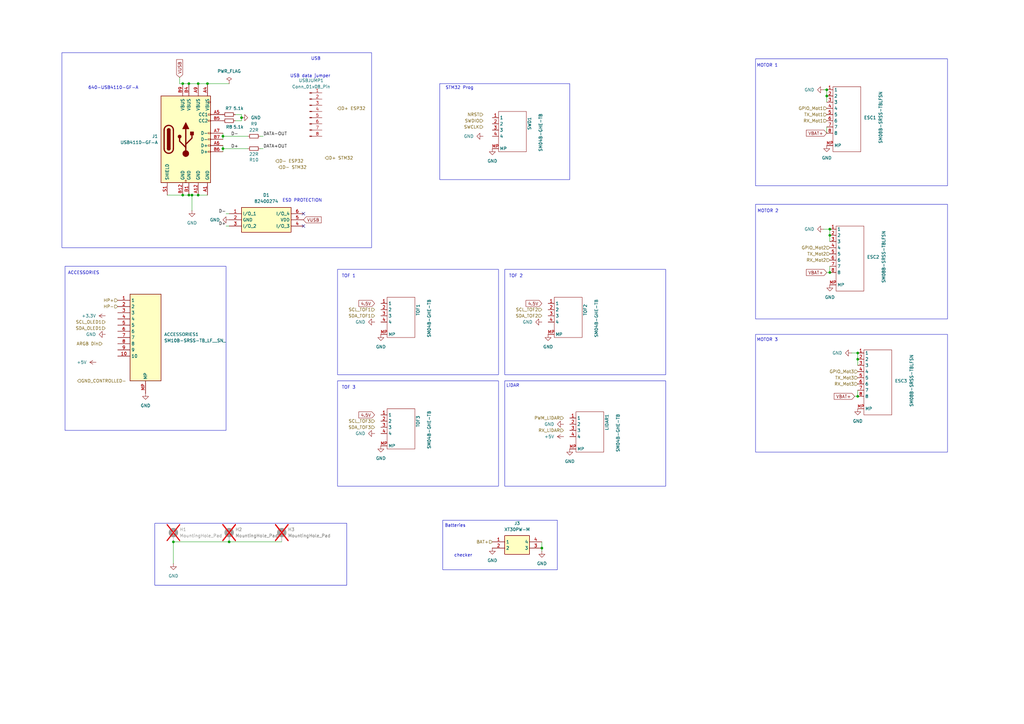
<source format=kicad_sch>
(kicad_sch (version 20250114) (generator "eeschema") (generator_version "9.0")
  (paper "A3")
  (lib_symbols
    (symbol "Connector:Conn_01x08_Pin" (pin_names (offset 1.016) (hide yes))
      (property "Reference" "J" (at 0 10.16 0))
      (property "Value" "Conn_01x08_Pin" (at 0 -12.7 0))
      (symbol "Conn_01x08_Pin_1_1"
        (rectangle (start 0.8636 7.747) (end 0 7.493) (stroke (width 0.1524)) (fill (type outline)))
        (rectangle (start 0.8636 5.207) (end 0 4.953) (stroke (width 0.1524)) (fill (type outline)))
        (rectangle (start 0.8636 2.667) (end 0 2.413) (stroke (width 0.1524)) (fill (type outline)))
        (rectangle (start 0.8636 0.127) (end 0 -0.127) (stroke (width 0.1524)) (fill (type outline)))
        (rectangle (start 0.8636 -2.413) (end 0 -2.667) (stroke (width 0.1524)) (fill (type outline)))
        (rectangle (start 0.8636 -4.953) (end 0 -5.207) (stroke (width 0.1524)) (fill (type outline)))
        (rectangle (start 0.8636 -7.493) (end 0 -7.747) (stroke (width 0.1524)) (fill (type outline)))
        (rectangle (start 0.8636 -10.033) (end 0 -10.287) (stroke (width 0.1524)) (fill (type outline)))
        (polyline (pts (xy 1.27 7.62) (xy 0.8636 7.62)) (stroke (width 0.1524)))
        (polyline (pts (xy 1.27 5.08) (xy 0.8636 5.08)) (stroke (width 0.1524)))
        (polyline (pts (xy 1.27 2.54) (xy 0.8636 2.54)) (stroke (width 0.1524)))
        (polyline (pts (xy 1.27 0) (xy 0.8636 0)) (stroke (width 0.1524)))
        (polyline (pts (xy 1.27 -2.54) (xy 0.8636 -2.54)) (stroke (width 0.1524)))
        (polyline (pts (xy 1.27 -5.08) (xy 0.8636 -5.08)) (stroke (width 0.1524)))
        (polyline (pts (xy 1.27 -7.62) (xy 0.8636 -7.62)) (stroke (width 0.1524)))
        (polyline (pts (xy 1.27 -10.16) (xy 0.8636 -10.16)) (stroke (width 0.1524)))
        (pin passive line (at 5.08 7.62 180) (length 3.81) (name "Pin_1") (number "1"))
        (pin passive line (at 5.08 5.08 180) (length 3.81) (name "Pin_2") (number "2"))
        (pin passive line (at 5.08 2.54 180) (length 3.81) (name "Pin_3") (number "3"))
        (pin passive line (at 5.08 0 180) (length 3.81) (name "Pin_4") (number "4"))
        (pin passive line (at 5.08 -2.54 180) (length 3.81) (name "Pin_5") (number "5"))
        (pin passive line (at 5.08 -5.08 180) (length 3.81) (name "Pin_6") (number "6"))
        (pin passive line (at 5.08 -7.62 180) (length 3.81) (name "Pin_7") (number "7"))
        (pin passive line (at 5.08 -10.16 180) (length 3.81) (name "Pin_8") (number "8"))
      )
    )
    (symbol "Device:R_Small" (pin_numbers (hide yes)) (pin_names (offset 0.254) (hide yes))
      (property "Reference" "R" (at 0.762 0.508 0))
      (property "Value" "R_Small" (at 0.762 -1.016 0))
      (symbol "R_Small_0_1"
        (rectangle (start -0.762 1.778) (end 0.762 -1.778) (stroke (width 0.2032)))
      )
      (symbol "R_Small_1_1"
        (pin passive line (at 0 2.54 270) (length 0.762) (name "~") (number "1"))
        (pin passive line (at 0 -2.54 90) (length 0.762) (name "~") (number "2"))
      )
    )
    (symbol "Mechanical:MountingHole_Pad" (pin_numbers (hide yes)) (pin_names (offset 1.016) (hide yes)) (in_bom no)
      (property "Reference" "H" (at 0 6.35 0))
      (property "Value" "MountingHole_Pad" (at 0 4.445 0))
      (symbol "MountingHole_Pad_0_1"
        (circle (center 0 1.27) (radius 1.27) (stroke (width 1.27)))
      )
      (symbol "MountingHole_Pad_1_1"
        (pin input line (at 0 -2.54 90) (length 2.54) (name "1") (number "1"))
      )
    )
    (symbol "Vraielogousbcwurth:USB_C_Receptacle_USB2.0_14P" (pin_names (offset 1.016))
      (property "Reference" "J" (at 0.254 31.242 0))
      (property "Value" "USB_C_Receptacle_USB2.0_14P" (at 1.27 33.782 0))
      (symbol "USB_C_Receptacle_USB2.0_14P_0_0"
        (rectangle (start -0.254 -17.78) (end 0.254 -16.764))
        (rectangle (start 10.16 15.494) (end 9.144 14.986))
        (rectangle (start 10.16 10.414) (end 9.144 9.906))
        (rectangle (start 10.16 7.874) (end 9.144 7.366))
        (rectangle (start 10.16 2.794) (end 9.144 2.286))
        (rectangle (start 10.16 0.254) (end 9.144 -0.254))
        (rectangle (start 10.16 -2.286) (end 9.144 -2.794))
        (rectangle (start 10.16 -4.826) (end 9.144 -5.334))
      )
      (symbol "USB_C_Receptacle_USB2.0_14P_0_1"
        (rectangle (start -10.16 17.78) (end 10.16 -17.78) (stroke (width 0.254)) (fill (type background)))
        (polyline (pts (xy -8.89 -3.81) (xy -8.89 3.81)) (stroke (width 0.508)))
        (rectangle (start -7.62 -3.81) (end -6.35 3.81) (stroke (width 0.254)) (fill (type outline)))
        (arc (start -7.62 3.81) (mid -6.985 4.4423) (end -6.35 3.81) (stroke (width 0.254)))
        (arc (start -7.62 3.81) (mid -6.985 4.4423) (end -6.35 3.81) (stroke (width 0.254)) (fill (type outline)))
        (arc (start -8.89 3.81) (mid -6.985 5.7067) (end -5.08 3.81) (stroke (width 0.508)))
        (arc (start -5.08 -3.81) (mid -6.985 -5.7067) (end -8.89 -3.81) (stroke (width 0.508)))
        (arc (start -6.35 -3.81) (mid -6.985 -4.4423) (end -7.62 -3.81) (stroke (width 0.254)))
        (arc (start -6.35 -3.81) (mid -6.985 -4.4423) (end -7.62 -3.81) (stroke (width 0.254)) (fill (type outline)))
        (polyline (pts (xy -5.08 3.81) (xy -5.08 -3.81)) (stroke (width 0.508)))
        (circle (center -2.54 1.143) (radius 0.635) (stroke (width 0.254)) (fill (type outline)))
        (polyline (pts (xy -1.27 4.318) (xy 0 6.858) (xy 1.27 4.318) (xy -1.27 4.318)) (stroke (width 0.254)) (fill (type outline)))
        (polyline (pts (xy 0 -2.032) (xy 2.54 0.508) (xy 2.54 1.778)) (stroke (width 0.508)))
        (polyline (pts (xy 0 -3.302) (xy -2.54 -0.762) (xy -2.54 0.508)) (stroke (width 0.508)))
        (polyline (pts (xy 0 -5.842) (xy 0 4.318)) (stroke (width 0.508)))
        (circle (center 0 -5.842) (radius 1.27) (fill (type outline)))
        (rectangle (start 1.905 1.778) (end 3.175 3.048) (stroke (width 0.254)) (fill (type outline)))
      )
      (symbol "USB_C_Receptacle_USB2.0_14P_1_1"
        (pin passive line (at -7.62 -22.86 90) (length 5.08) (name "SHIELD") (number "S1"))
        (pin passive line (at -1.27 22.86 270) (length 5.08) (name "VBUS") (number "B9"))
        (pin passive line (at -1.27 -22.86 90) (length 5.08) (name "GND") (number "B12"))
        (pin passive line (at 1.27 22.86 270) (length 5.08) (name "VBUS") (number "B4"))
        (pin passive line (at 1.27 -22.86 90) (length 5.08) (name "GND") (number "B1"))
        (pin passive line (at 5.08 22.86 270) (length 5.08) (name "VBUS") (number "A9"))
        (pin passive line (at 5.08 -22.86 90) (length 5.08) (name "GND") (number "A12"))
        (pin passive line (at 8.89 22.86 270) (length 5.08) (name "VBUS") (number "A4"))
        (pin passive line (at 8.89 -22.86 90) (length 5.08) (name "GND") (number "A1"))
        (pin bidirectional line (at 15.24 10.16 180) (length 5.08) (name "CC1") (number "A5"))
        (pin bidirectional line (at 15.24 7.62 180) (length 5.08) (name "CC2") (number "B5"))
        (pin bidirectional line (at 15.24 2.54 180) (length 5.08) (name "D-") (number "A7"))
        (pin bidirectional line (at 15.24 0 180) (length 5.08) (name "D-") (number "B7"))
        (pin bidirectional line (at 15.24 -2.54 180) (length 5.08) (name "D+") (number "A6"))
        (pin bidirectional line (at 15.24 -5.08 180) (length 5.08) (name "D+") (number "B6"))
      )
    )
    (symbol "fc_h7:jst_4_pin"
      (property "Reference" "U" (at 0 0 0))
      (symbol "jst_4_pin_0_1"
        (rectangle (start -6.35 2.54) (end 5.08 -13.97))
      )
      (symbol "jst_4_pin_1_1"
        (pin free line (at -8.89 0 0) (length 2.54) (name "1") (number "1"))
        (pin free line (at -8.89 -2.54 0) (length 2.54) (name "2") (number "2"))
        (pin free line (at -8.89 -5.08 0) (length 2.54) (name "3") (number "3"))
        (pin free line (at -8.89 -7.62 0) (length 2.54) (name "4") (number "4"))
        (pin free line (at -8.89 -12.7 0) (length 2.54) (name "MP") (number "MP"))
      )
    )
    (symbol "fc_h7:jst_8_pin"
      (property "Reference" "U" (at 0 0 0))
      (symbol "jst_8_pin_0_1"
        (rectangle (start -6.35 7.62) (end 5.08 -19.05))
      )
      (symbol "jst_8_pin_1_1"
        (pin free line (at -8.89 6.35 0) (length 2.54) (name "1") (number "1"))
        (pin free line (at -8.89 3.81 0) (length 2.54) (name "2") (number "2"))
        (pin free line (at -8.89 1.27 0) (length 2.54) (name "3") (number "3"))
        (pin free line (at -8.89 -1.27 0) (length 2.54) (name "4") (number "4"))
        (pin free line (at -8.89 -3.81 0) (length 2.54) (name "5") (number "5"))
        (pin free line (at -8.89 -6.35 0) (length 2.54) (name "6") (number "6"))
        (pin free line (at -8.89 -8.89 0) (length 2.54) (name "7") (number "7"))
        (pin free line (at -8.89 -11.43 0) (length 2.54) (name "8") (number "8"))
        (pin free line (at -8.89 -16.51 0) (length 2.54) (name "MP") (number "MP"))
      )
    )
    (symbol "power:+3.3V" (power) (pin_numbers (hide yes)) (pin_names (offset 0) (hide yes))
      (property "Value" "+3.3V" (at 0 3.556 0))
      (symbol "+3.3V_0_1"
        (polyline (pts (xy -0.762 1.27) (xy 0 2.54)))
        (polyline (pts (xy 0 2.54) (xy 0.762 1.27)))
        (polyline (pts (xy 0 0) (xy 0 2.54)))
      )
      (symbol "+3.3V_1_1"
        (pin power_in line (at 0 0 90) (length 0) (name "~") (number "1"))
      )
    )
    (symbol "power:+5V" (power) (pin_numbers (hide yes)) (pin_names (offset 0) (hide yes))
      (property "Value" "+5V" (at 0 3.556 0))
      (symbol "+5V_0_1"
        (polyline (pts (xy -0.762 1.27) (xy 0 2.54)))
        (polyline (pts (xy 0 2.54) (xy 0.762 1.27)))
        (polyline (pts (xy 0 0) (xy 0 2.54)))
      )
      (symbol "+5V_1_1"
        (pin power_in line (at 0 0 90) (length 0) (name "~") (number "1"))
      )
    )
    (symbol "power:GND" (power) (pin_numbers (hide yes)) (pin_names (offset 0) (hide yes))
      (property "Value" "GND" (at 0 -3.81 0))
      (symbol "GND_0_1"
        (polyline (pts (xy 0 0) (xy 0 -1.27) (xy 1.27 -1.27) (xy 0 -2.54) (xy -1.27 -1.27) (xy 0 -1.27)))
      )
      (symbol "GND_1_1"
        (pin power_in line (at 0 0 270) (length 0) (name "~") (number "1"))
      )
    )
    (symbol "power:PWR_FLAG" (power) (pin_numbers (hide yes)) (pin_names (offset 0) (hide yes))
      (property "Value" "PWR_FLAG" (at 0 3.81 0))
      (symbol "PWR_FLAG_0_0"
        (pin power_out line (at 0 0 90) (length 0) (name "~") (number "1"))
      )
      (symbol "PWR_FLAG_0_1"
        (polyline (pts (xy 0 0) (xy 0 1.27) (xy -1.016 1.905) (xy 0 2.54) (xy 1.016 1.905) (xy 0 1.27)))
      )
    )
    (symbol "samacsys:82400274"
      (property "Reference" "D" (at 26.67 7.62 0))
      (property "Value" "82400274" (at 26.67 5.08 0))
      (symbol "82400274_1_1"
        (rectangle (start 5.08 2.54) (end 25.4 -7.62) (stroke (width 0.254)) (fill (type background)))
        (pin passive line (at 0 0 0) (length 5.08) (name "I/O_1") (number "1"))
        (pin passive line (at 0 -2.54 0) (length 5.08) (name "GND") (number "2"))
        (pin passive line (at 0 -5.08 0) (length 5.08) (name "I/O_2") (number "3"))
        (pin passive line (at 30.48 0 180) (length 5.08) (name "I/O_4") (number "6"))
        (pin passive line (at 30.48 -2.54 180) (length 5.08) (name "VDD") (number "5"))
        (pin passive line (at 30.48 -5.08 180) (length 5.08) (name "I/O_3") (number "4"))
      )
    )
    (symbol "samacsys:SM10B-SRSS-TB_LF__SN_"
      (property "Reference" "J" (at 19.05 7.62 0))
      (property "Value" "SM10B-SRSS-TB_LF__SN_" (at 19.05 5.08 0))
      (symbol "SM10B-SRSS-TB_LF__SN__1_1"
        (rectangle (start 5.08 2.54) (end 17.78 -33.02) (stroke (width 0.254)) (fill (type background)))
        (pin passive line (at 0 0 0) (length 5.08) (name "1") (number "1"))
        (pin passive line (at 0 -2.54 0) (length 5.08) (name "2") (number "2"))
        (pin passive line (at 0 -5.08 0) (length 5.08) (name "3") (number "3"))
        (pin passive line (at 0 -7.62 0) (length 5.08) (name "4") (number "4"))
        (pin passive line (at 0 -10.16 0) (length 5.08) (name "5") (number "5"))
        (pin passive line (at 0 -12.7 0) (length 5.08) (name "6") (number "6"))
        (pin passive line (at 0 -15.24 0) (length 5.08) (name "7") (number "7"))
        (pin passive line (at 0 -17.78 0) (length 5.08) (name "8") (number "8"))
        (pin passive line (at 0 -20.32 0) (length 5.08) (name "9") (number "9"))
        (pin passive line (at 0 -22.86 0) (length 5.08) (name "10") (number "10"))
        (pin passive line (at 11.43 -38.1 90) (length 5.08) (name "MP") (number "MP"))
      )
    )
    (symbol "samacsys:XT30PW-M"
      (property "Reference" "J" (at 16.51 7.62 0))
      (property "Value" "XT30PW-M" (at 16.51 5.08 0))
      (symbol "XT30PW-M_1_1"
        (rectangle (start 5.08 2.54) (end 15.24 -5.08) (stroke (width 0.254)) (fill (type background)))
        (pin passive line (at 0 0 0) (length 5.08) (name "1") (number "1"))
        (pin passive line (at 0 -2.54 0) (length 5.08) (name "2") (number "2"))
        (pin passive line (at 20.32 0 180) (length 5.08) (name "4") (number "4"))
        (pin passive line (at 20.32 -2.54 180) (length 5.08) (name "3") (number "3"))
      )
    )
  )
  (rectangle (start 309.88 24.13) (end 388.62 76.2))
  (rectangle (start 138.43 156.21) (end 204.47 199.39))
  (rectangle (start 207.01 156.21) (end 273.05 199.39))
  (rectangle (start 26.67 109.22) (end 92.71 176.53))
  (rectangle (start 309.88 83.82) (end 388.62 130.81))
  (rectangle (start 207.01 110.49) (end 273.05 153.67))
  (rectangle (start 138.43 110.49) (end 204.47 153.67))
  (rectangle (start 25.4 21.59) (end 152.4 101.6))
  (rectangle (start 309.88 137.16) (end 388.62 185.42))
  (rectangle (start 180.34 34.29) (end 233.68 73.66))
  (rectangle (start 63.5 214.63) (end 142.24 240.03))
  (rectangle (start 181.61 213.36) (end 228.6 233.68))
  (text "Batteries" (at 186.69 215.646 0) (effects (font (size 1.27 1.27))))
  (text "TOF 2" (at 211.582 113.284 0) (effects (font (size 1.27 1.27))))
  (text "LiDAR" (at 210.312 158.242 0) (effects (font (size 1.27 1.27))))
  (text "ACCESSORIES" (at 34.29 112.014 0) (effects (font (size 1.27 1.27))))
  (text "checker\n" (at 189.992 227.838 0) (effects (font (size 1.27 1.27))))
  (text "USB data jumper" (at 127.254 31.242 0) (effects (font (size 1.27 1.27))))
  (text "MOTOR 2\n" (at 314.96 86.614 0) (effects (font (size 1.27 1.27))))
  (text "MOTOR 3" (at 314.706 139.446 0) (effects (font (size 1.27 1.27))))
  (text "TOF 1" (at 143.002 113.284 0) (effects (font (size 1.27 1.27))))
  (text "640-USB4110-GF-A" (at 46.482 36.068 0) (effects (font (size 1.27 1.27))))
  (text "TOF 3" (at 143.002 159.004 0) (effects (font (size 1.27 1.27))))
  (text "STM32 Prog" (at 188.468 36.068 0) (effects (font (size 1.27 1.27))))
  (text "USB" (at 129.54 24.13 0) (effects (font (size 1.27 1.27))))
  (text "MOTOR 1" (at 314.706 26.924 0) (effects (font (size 1.27 1.27))))
  (text "ESD PROTECTION" (at 123.952 82.296 0) (effects (font (size 1.27 1.27))))
  (junction (at 340.36 93.98))
  (junction (at 71.12 222.25))
  (junction (at 81.28 34.29))
  (junction (at 78.74 80.01))
  (junction (at 351.79 147.32))
  (junction (at 77.47 80.01))
  (junction (at 351.79 162.56))
  (junction (at 91.44 60.96))
  (junction (at 222.25 224.79))
  (junction (at 351.79 144.78))
  (junction (at 85.09 34.29))
  (junction (at 81.28 80.01))
  (junction (at 340.36 96.52))
  (junction (at 339.09 39.37))
  (junction (at 74.93 34.29))
  (junction (at 340.36 111.76))
  (junction (at 77.47 34.29))
  (junction (at 93.98 222.25))
  (junction (at 74.93 80.01))
  (junction (at 91.44 55.88))
  (junction (at 339.09 36.83))
  (junction (at 99.06 48.26))
  (no_connect (at 124.46 92.71))
  (no_connect (at 124.46 87.63))
  (wire (pts (xy 337.82 36.83) (xy 339.09 36.83)))
  (wire (pts (xy 222.25 224.79) (xy 222.25 226.06)))
  (wire (pts (xy 92.71 92.71) (xy 93.98 92.71)))
  (wire (pts (xy 222.25 222.25) (xy 222.25 224.79)))
  (wire (pts (xy 351.79 144.78) (xy 351.79 147.32)))
  (wire (pts (xy 337.82 93.98) (xy 340.36 93.98)))
  (wire (pts (xy 99.06 46.99) (xy 99.06 48.26)))
  (wire (pts (xy 81.28 80.01) (xy 85.09 80.01)))
  (wire (pts (xy 339.09 39.37) (xy 339.09 41.91)))
  (wire (pts (xy 74.93 80.01) (xy 77.47 80.01)))
  (wire (pts (xy 73.66 31.75) (xy 73.66 34.29)))
  (wire (pts (xy 92.71 87.63) (xy 93.98 87.63)))
  (wire (pts (xy 91.44 60.96) (xy 101.6 60.96)))
  (wire (pts (xy 351.79 160.02) (xy 351.79 162.56)))
  (wire (pts (xy 91.44 60.96) (xy 91.44 62.23)))
  (wire (pts (xy 350.52 162.56) (xy 351.79 162.56)))
  (wire (pts (xy 77.47 34.29) (xy 81.28 34.29)))
  (wire (pts (xy 351.79 147.32) (xy 351.79 149.86)))
  (wire (pts (xy 339.09 111.76) (xy 340.36 111.76)))
  (wire (pts (xy 73.66 34.29) (xy 74.93 34.29)))
  (wire (pts (xy 101.6 55.88) (xy 91.44 55.88)))
  (wire (pts (xy 93.98 222.25) (xy 71.12 222.25)))
  (wire (pts (xy 81.28 34.29) (xy 85.09 34.29)))
  (wire (pts (xy 340.36 109.22) (xy 340.36 111.76)))
  (wire (pts (xy 85.09 34.29) (xy 93.98 34.29)))
  (wire (pts (xy 96.52 46.99) (xy 99.06 46.99)))
  (wire (pts (xy 339.09 52.07) (xy 339.09 54.61)))
  (wire (pts (xy 115.57 222.25) (xy 93.98 222.25)))
  (wire (pts (xy 340.36 93.98) (xy 340.36 96.52)))
  (wire (pts (xy 91.44 55.88) (xy 91.44 57.15)))
  (wire (pts (xy 78.74 80.01) (xy 78.74 86.36)))
  (wire (pts (xy 91.44 59.69) (xy 91.44 60.96)))
  (wire (pts (xy 68.58 80.01) (xy 74.93 80.01)))
  (wire (pts (xy 339.09 36.83) (xy 339.09 39.37)))
  (wire (pts (xy 99.06 49.53) (xy 99.06 48.26)))
  (wire (pts (xy 340.36 96.52) (xy 340.36 99.06)))
  (wire (pts (xy 78.74 80.01) (xy 81.28 80.01)))
  (wire (pts (xy 107.95 55.88) (xy 106.68 55.88)))
  (wire (pts (xy 77.47 80.01) (xy 78.74 80.01)))
  (wire (pts (xy 71.12 222.25) (xy 71.12 231.14)))
  (wire (pts (xy 74.93 34.29) (xy 77.47 34.29)))
  (wire (pts (xy 107.95 60.96) (xy 106.68 60.96)))
  (wire (pts (xy 349.25 144.78) (xy 351.79 144.78)))
  (wire (pts (xy 96.52 49.53) (xy 99.06 49.53)))
  (wire (pts (xy 91.44 54.61) (xy 91.44 55.88)))
  (label "DATA-OUT" (at 107.95 55.88 0))
  (label "D+" (at 97.79 60.96 180))
  (label "D+" (at 92.71 92.71 180))
  (label "DATA+OUT" (at 107.95 60.96 0))
  (label "D-" (at 92.71 87.63 180))
  (label "D-" (at 97.79 55.88 180))
  (global_label "VUSB" (shape input) (at 73.66 31.75 90) (property "Intersheetrefs" "${INTERSHEET_REFS}" (effects (hide yes))))
  (global_label "VBAT+" (shape input) (at 339.09 111.76 180) (property "Intersheetrefs" "${INTERSHEET_REFS}" (effects (hide yes))))
  (global_label "4.5V" (shape input) (at 222.25 124.46 180) (property "Intersheetrefs" "${INTERSHEET_REFS}" (effects (hide yes))))
  (global_label "4.5V" (shape input) (at 153.67 170.18 180) (property "Intersheetrefs" "${INTERSHEET_REFS}" (effects (hide yes))))
  (global_label "VBAT+" (shape input) (at 339.09 54.61 180) (property "Intersheetrefs" "${INTERSHEET_REFS}" (effects (hide yes))))
  (global_label "4.5V" (shape input) (at 153.67 124.46 180) (property "Intersheetrefs" "${INTERSHEET_REFS}" (effects (hide yes))))
  (global_label "VUSB" (shape input) (at 124.46 90.17 0) (property "Intersheetrefs" "${INTERSHEET_REFS}" (effects (hide yes))))
  (global_label "VBAT+" (shape input) (at 350.52 162.56 180) (property "Intersheetrefs" "${INTERSHEET_REFS}" (effects (hide yes))))
  (hierarchical_label "SWCLK" (shape input) (at 198.12 52.07 180))
  (hierarchical_label "GPIO_Mot1" (shape input) (at 339.09 44.45 180))
  (hierarchical_label "GPIO_Mot2" (shape input) (at 340.36 101.6 180))
  (hierarchical_label "SCL_OLED1" (shape input) (at 43.18 132.08 180))
  (hierarchical_label "PWM_LiDAR" (shape input) (at 231.14 171.45 180))
  (hierarchical_label "SCL_TOF1" (shape input) (at 153.67 127 180))
  (hierarchical_label "SDA_TOF2" (shape input) (at 222.25 129.54 180))
  (hierarchical_label "D+ STM32" (shape input) (at 133.35 64.77 0))
  (hierarchical_label "SCL_TOF2" (shape input) (at 222.25 127 180))
  (hierarchical_label "D+ ESP32" (shape input) (at 138.43 44.45 0))
  (hierarchical_label "SWDIO" (shape input) (at 198.12 49.53 180))
  (hierarchical_label "ARGB Din" (shape input) (at 41.91 140.97 180))
  (hierarchical_label "RX_Mot3" (shape input) (at 351.79 157.48 180))
  (hierarchical_label "RX_Mot1" (shape input) (at 339.09 49.53 180))
  (hierarchical_label "SDA_TOF1" (shape input) (at 153.67 129.54 180))
  (hierarchical_label "NRST" (shape input) (at 198.12 46.99 180))
  (hierarchical_label "GND_CONTROLLED-" (shape input) (at 31.75 156.21 0))
  (hierarchical_label "HP+" (shape input) (at 48.26 123.19 180))
  (hierarchical_label "RX_LiDAR" (shape input) (at 231.14 176.53 180))
  (hierarchical_label "D- ESP32" (shape input) (at 113.03 66.04 0))
  (hierarchical_label "BAT+" (shape input) (at 201.93 222.25 180))
  (hierarchical_label "GPIO_Mot3" (shape input) (at 351.79 152.4 180))
  (hierarchical_label "RX_Mot2" (shape input) (at 340.36 106.68 180))
  (hierarchical_label "TX_Mot2" (shape input) (at 340.36 104.14 180))
  (hierarchical_label "D- STM32" (shape input) (at 114.3 68.58 0))
  (hierarchical_label "TX_Mot3" (shape input) (at 351.79 154.94 180))
  (hierarchical_label "SDA_OLED1" (shape input) (at 43.18 134.62 180))
  (hierarchical_label "HP-" (shape input) (at 48.26 125.73 180))
  (hierarchical_label "SDA_TOF3" (shape input) (at 153.67 175.26 180))
  (hierarchical_label "SCL_TOF3" (shape input) (at 153.67 172.72 180))
  (hierarchical_label "TX_Mot1" (shape input) (at 339.09 46.99 180))
  (symbol (lib_id "power:GND") (at 78.74 86.36 0) (unit 1)
    (property "Reference" "#PWR016" (effects (hide yes)))
    (property "Value" "GND" (at 78.74 91.44 0))
    (property "Description" "Power symbol creates a global label with name \"GND\" , ground" (effects (hide yes)))
  )
  (symbol (lib_id "power:GND") (at 233.68 184.15 0) (unit 1)
    (property "Reference" "#PWR079" (effects (hide yes)))
    (property "Value" "GND" (at 233.68 189.23 0))
    (property "Description" "Power symbol creates a global label with name \"GND\" , ground" (effects (hide yes)))
  )
  (symbol (lib_id "power:GND") (at 224.79 137.16 0) (unit 1)
    (property "Reference" "#PWR091" (effects (hide yes)))
    (property "Value" "GND" (at 224.79 142.24 0))
    (property "Description" "Power symbol creates a global label with name \"GND\" , ground" (effects (hide yes)))
  )
  (symbol (lib_id "Connector:Conn_01x08_Pin") (at 127 45.72 0) (unit 1)
    (property "Reference" "USBJUMP1" (at 127.635 33.02 0))
    (property "Value" "Conn_01x08_Pin" (at 127.635 35.56 0))
    (property "Footprint" "Connector_PinHeader_1.00mm:PinHeader_2x04_P1.00mm_Vertical_SMD" (effects (hide yes)))
    (property "Description" "Generic connector, single row, 01x08, script generated" (effects (hide yes)))
  )
  (symbol (lib_id "fc_h7:jst_4_pin") (at 165.1 170.18 0) (unit 1)
    (property "Reference" "TOF3" (at 171.45 175.2599 90) (effects (justify left)))
    (property "Value" "SM04B-GHE-TB" (at 176.022 184.15 90) (effects (justify left)))
    (property "Footprint" "Connector_JST:JST_GH_SM04B-GHS-TB_1x04-1MP_P1.25mm_Horizontal" (effects (hide yes)))
    (property "Manufacturer_Name" "JST" (effects (hide yes)))
    (property "Manufacturer_Part_Number" "SM04B-GHE-TB" (effects (hide yes)))
    (property "Mouser Part Number" " 306-SM04BGHETBLFSN" (effects (hide yes)))
  )
  (symbol (lib_id "power:GND") (at 153.67 132.08 270) (unit 1)
    (property "Reference" "#PWR084" (effects (hide yes)))
    (property "Value" "GND" (at 149.86 132.0799 90) (effects (justify right)))
    (property "Description" "Power symbol creates a global label with name \"GND\" , ground" (effects (hide yes)))
  )
  (symbol (lib_id "power:GND") (at 222.25 226.06 0) (unit 1)
    (property "Reference" "#PWR075" (effects (hide yes)))
    (property "Value" "GND" (at 222.25 231.14 0))
    (property "Description" "Power symbol creates a global label with name \"GND\" , ground" (effects (hide yes)))
  )
  (symbol (lib_id "samacsys:82400274") (at 93.98 87.63 0) (unit 1)
    (property "Reference" "D1" (at 109.22 80.01 0))
    (property "Value" "82400274" (at 109.22 82.55 0))
    (property "Footprint" "samacsys:SOT65P210X110-6N" (effects (hide yes)))
    (property "Datasheet" "https://katalog.we-online.com/pbs/datasheet/82400274.pdf" (effects (hide yes)))
    (property "Description" "TVS Diode Array WE-TVS 4-Ch+VDD 5V SC70 Wurth Elektronik 82400274, Quad Uni-Directional TVS Diode Array, 6-Pin SC-70" (effects (hide yes)))
    (property "Height" "1.1" (effects (hide yes)))
    (property "Mouser Part Number" "710-82400274" (effects (hide yes)))
    (property "Mouser Price/Stock" "https://www.mouser.co.uk/ProductDetail/Wurth-Elektronik/82400274?qs=2kOmHSv6VfQD871MY%252BLLLQ%3D%3D" (effects (hide yes)))
    (property "Manufacturer_Name" "Wurth Elektronik" (effects (hide yes)))
    (property "Manufacturer_Part_Number" "82400274" (effects (hide yes)))
  )
  (symbol (lib_id "power:GND") (at 156.21 137.16 0) (unit 1)
    (property "Reference" "#PWR085" (effects (hide yes)))
    (property "Value" "GND" (at 156.21 142.24 0))
    (property "Description" "Power symbol creates a global label with name \"GND\" , ground" (effects (hide yes)))
  )
  (symbol (lib_id "fc_h7:jst_4_pin") (at 165.1 124.46 0) (unit 1)
    (property "Reference" "TOF1" (at 171.45 129.5399 90) (effects (justify left)))
    (property "Value" "SM04B-GHE-TB" (at 176.022 138.43 90) (effects (justify left)))
    (property "Footprint" "Connector_JST:JST_GH_SM04B-GHS-TB_1x04-1MP_P1.25mm_Horizontal" (effects (hide yes)))
    (property "Manufacturer_Name" "JST" (effects (hide yes)))
    (property "Manufacturer_Part_Number" "SM04B-GHE-TB" (effects (hide yes)))
    (property "Mouser Part Number" " 306-SM04BGHETBLFSN" (effects (hide yes)))
  )
  (symbol (lib_id "power:GND") (at 153.67 177.8 270) (unit 1)
    (property "Reference" "#PWR087" (effects (hide yes)))
    (property "Value" "GND" (at 149.86 177.7999 90) (effects (justify right)))
    (property "Description" "Power symbol creates a global label with name \"GND\" , ground" (effects (hide yes)))
  )
  (symbol (lib_id "power:GND") (at 99.06 48.26 90) (unit 1)
    (property "Reference" "#PWR018" (effects (hide yes)))
    (property "Value" "GND" (at 102.87 48.2599 90) (effects (justify right)))
    (property "Description" "Power symbol creates a global label with name \"GND\" , ground" (effects (hide yes)))
  )
  (symbol (lib_id "power:GND") (at 59.69 161.29 0) (unit 1)
    (property "Reference" "#PWR038" (effects (hide yes)))
    (property "Value" "GND" (at 59.69 166.37 0))
    (property "Description" "Power symbol creates a global label with name \"GND\" , ground" (effects (hide yes)))
  )
  (symbol (lib_id "power:GND") (at 71.12 231.14 0) (unit 1)
    (property "Reference" "#PWR060" (effects (hide yes)))
    (property "Value" "GND" (at 71.12 236.22 0))
    (property "Description" "Power symbol creates a global label with name \"GND\" , ground" (effects (hide yes)))
  )
  (symbol (lib_id "power:GND") (at 340.36 116.84 0) (unit 1)
    (property "Reference" "#PWR066" (effects (hide yes)))
    (property "Value" "GND" (at 340.36 121.92 0))
    (property "Description" "Power symbol creates a global label with name \"GND\" , ground" (effects (hide yes)))
  )
  (symbol (lib_id "Vraielogousbcwurth:USB_C_Receptacle_USB2.0_14P") (at 76.2 57.15 0) (unit 1)
    (property "Reference" "J1" (at 64.77 55.8799 0) (effects (justify right)))
    (property "Value" "USB4110-GF-A" (at 64.77 58.4199 0) (effects (justify right)))
    (property "Footprint" "Connector_USB:USB_C_Receptacle_GCT_USB4110" (effects (hide yes)))
    (property "Datasheet" "https://www.usb.org/sites/default/files/documents/usb_type-c.zip" (effects (hide yes)))
    (property "Description" "USB 2.0-only 14P Type-C Receptacle connector" (effects (hide yes)))
    (property "Manufacturer_Name" "GCT" (effects (hide yes)))
    (property "Manufacturer_Part_Number" "USB4110-GF-A" (effects (hide yes)))
    (property "Mouser Part Number" "640-USB4110-GF-A" (effects (hide yes)))
  )
  (symbol (lib_id "fc_h7:jst_4_pin") (at 242.57 171.45 0) (unit 1)
    (property "Reference" "LIDAR1" (at 248.92 176.5299 90) (effects (justify left)))
    (property "Value" "SM04B-GHE-TB" (at 253.492 185.42 90) (effects (justify left)))
    (property "Footprint" "Connector_JST:JST_GH_SM04B-GHS-TB_1x04-1MP_P1.25mm_Horizontal" (effects (hide yes)))
    (property "Manufacturer_Name" "JST" (effects (hide yes)))
    (property "Manufacturer_Part_Number" "SM04B-GHE-TB" (effects (hide yes)))
    (property "Mouser Part Number" " 306-SM04BGHETBLFSN" (effects (hide yes)))
  )
  (symbol (lib_id "power:GND") (at 339.09 59.69 0) (unit 1)
    (property "Reference" "#PWR065" (effects (hide yes)))
    (property "Value" "GND" (at 339.09 64.77 0))
    (property "Description" "Power symbol creates a global label with name \"GND\" , ground" (effects (hide yes)))
  )
  (symbol (lib_id "power:+5V") (at 231.14 179.07 90) (unit 1)
    (property "Reference" "#PWR078" (effects (hide yes)))
    (property "Value" "+5V" (at 227.33 179.0699 90) (effects (justify left)))
    (property "Description" "Power symbol creates a global label with name \"+5V\"" (effects (hide yes)))
  )
  (symbol (lib_id "power:+3.3V") (at 43.18 129.54 90) (unit 1)
    (property "Reference" "#PWR064" (effects (hide yes)))
    (property "Value" "+3.3V" (at 39.37 129.5399 90) (effects (justify left)))
    (property "Description" "Power symbol creates a global label with name \"+3.3V\"" (effects (hide yes)))
  )
  (symbol (lib_id "power:GND") (at 156.21 182.88 0) (unit 1)
    (property "Reference" "#PWR088" (effects (hide yes)))
    (property "Value" "GND" (at 156.21 187.96 0))
    (property "Description" "Power symbol creates a global label with name \"GND\" , ground" (effects (hide yes)))
  )
  (symbol (lib_id "power:GND") (at 337.82 93.98 270) (unit 1)
    (property "Reference" "#PWR072" (effects (hide yes)))
    (property "Value" "GND" (at 334.01 93.9799 90) (effects (justify right)))
    (property "Description" "Power symbol creates a global label with name \"GND\" , ground" (effects (hide yes)))
  )
  (symbol (lib_id "samacsys:SM10B-SRSS-TB_LF__SN_") (at 48.26 123.19 0) (unit 1)
    (property "Reference" "ACCESSORIES1" (at 67.31 137.1599 0) (effects (justify left)))
    (property "Value" "SM10B-SRSS-TB_LF__SN_" (at 67.31 139.6999 0) (effects (justify left)))
    (property "Footprint" "samacsys:SM10B-SRSS-TB" (effects (hide yes)))
    (property "Datasheet" "http://www.jst-mfg.com/product/pdf/eng/eSR.pdf" (effects (hide yes)))
    (property "Description" "JST (JAPAN SOLDERLESS TERMINALS) - SM10B-SRSS-TB(LF)(SN) - HEADER, R/A, 10WAY" (effects (hide yes)))
    (property "Manufacturer_Name" "JST (JAPAN SOLDERLESS TERMINALS)" (effects (hide yes)))
    (property "Manufacturer_Part_Number" "SM10B-SRSS-TB(LF)(SN)" (effects (hide yes)))
    (property "Mouser Part Number" "306-SM10BSRSSTBLFSN" (effects (hide yes)))
    (property "Mouser Price/Stock" "https://www.mouser.co.uk/ProductDetail/JST-Commercial/SM10B-SRSS-TBLFSN?qs=QpmGXVUTftHkZAI%2F8hE40w%3D%3D" (effects (hide yes)))
    (property "Arrow Part Number" "SM10B-SRSS-TB(LF)(SN)" (effects (hide yes)))
    (property "Arrow Price/Stock" "https://www.arrow.com/en/products/sm10b-srss-tb-lf-sn/jst-manufacturing?utm_currency=USD&region=europe" (effects (hide yes)))
  )
  (symbol (lib_id "Device:R_Small") (at 104.14 60.96 90) (unit 1)
    (property "Reference" "R10" (at 104.14 65.532 90))
    (property "Value" "22R" (at 104.14 63.246 90))
    (property "Footprint" "Resistor_SMD:R_0201_0603Metric" (effects (hide yes)))
    (property "Description" "Resistor, small symbol" (effects (hide yes)))
    (property "Manufacturer_Part_Number" "ERJ-1GNF22R0C" (effects (hide yes)))
    (property "Manufacturer_Name" "Panasonic" (effects (hide yes)))
    (property "Mouser Part Number" "667-ERJ-1GNF22R0C" (effects (hide yes)))
  )
  (symbol (lib_id "power:GND") (at 337.82 36.83 270) (unit 1)
    (property "Reference" "#PWR071" (effects (hide yes)))
    (property "Value" "GND" (at 334.01 36.8299 90) (effects (justify right)))
    (property "Description" "Power symbol creates a global label with name \"GND\" , ground" (effects (hide yes)))
  )
  (symbol (lib_id "power:GND") (at 351.79 167.64 0) (unit 1)
    (property "Reference" "#PWR067" (effects (hide yes)))
    (property "Value" "GND" (at 351.79 172.72 0))
    (property "Description" "Power symbol creates a global label with name \"GND\" , ground" (effects (hide yes)))
  )
  (symbol (lib_id "Mechanical:MountingHole_Pad") (at 71.12 219.71 0) (unit 1) (in_bom no) (dnp yes)
    (property "Reference" "H1" (at 73.66 217.1699 0) (effects (justify left)))
    (property "Value" "MountingHole_Pad" (at 73.66 219.7099 0) (effects (justify left)))
    (property "Footprint" "MountingHole:MountingHole_2.5mm_Pad_Via" (effects (hide yes)))
    (property "Description" "Mounting Hole with connection" (effects (hide yes)))
  )
  (symbol (lib_id "power:GND") (at 349.25 144.78 270) (unit 1)
    (property "Reference" "#PWR073" (effects (hide yes)))
    (property "Value" "GND" (at 345.44 144.7799 90) (effects (justify right)))
    (property "Description" "Power symbol creates a global label with name \"GND\" , ground" (effects (hide yes)))
  )
  (symbol (lib_id "Mechanical:MountingHole_Pad") (at 93.98 219.71 0) (unit 1) (in_bom no) (dnp yes)
    (property "Reference" "H2" (at 96.52 217.1699 0) (effects (justify left)))
    (property "Value" "MountingHole_Pad" (at 96.52 219.7099 0) (effects (justify left)))
    (property "Footprint" "MountingHole:MountingHole_2.5mm_Pad_Via" (effects (hide yes)))
    (property "Description" "Mounting Hole with connection" (effects (hide yes)))
  )
  (symbol (lib_id "fc_h7:jst_4_pin") (at 210.82 48.26 0) (unit 1)
    (property "Reference" "SWD1" (at 217.17 53.3399 90) (effects (justify left)))
    (property "Value" "SM04B-GHE-TB" (at 221.742 62.23 90) (effects (justify left)))
    (property "Footprint" "Connector_JST:JST_GH_SM04B-GHS-TB_1x04-1MP_P1.25mm_Horizontal" (effects (hide yes)))
    (property "Manufacturer_Name" "JST" (effects (hide yes)))
    (property "Manufacturer_Part_Number" "SM04B-GHE-TB" (effects (hide yes)))
    (property "Mouser Part Number" " 306-SM04BGHETBLFSN" (effects (hide yes)))
  )
  (symbol (lib_id "power:GND") (at 231.14 173.99 270) (unit 1)
    (property "Reference" "#PWR080" (effects (hide yes)))
    (property "Value" "GND" (at 227.33 173.9899 90) (effects (justify right)))
    (property "Description" "Power symbol creates a global label with name \"GND\" , ground" (effects (hide yes)))
  )
  (symbol (lib_id "Device:R_Small") (at 93.98 49.53 90) (unit 1)
    (property "Reference" "R8" (at 93.98 52.07 90))
    (property "Value" "5.1k" (at 97.79 52.07 90))
    (property "Footprint" "Resistor_SMD:R_0201_0603Metric" (effects (hide yes)))
    (property "Description" "Resistor, small symbol" (effects (hide yes)))
    (property "Manufacturer_Part_Number" "ERJ-1GNF5101C" (effects (hide yes)))
    (property "Mouser Part Number" "667-ERJ-1GNF5101C" (effects (hide yes)))
    (property "Manufacturer_Name" "Panasonic" (effects (hide yes)))
  )
  (symbol (lib_id "Mechanical:MountingHole_Pad") (at 115.57 219.71 0) (unit 1) (in_bom no) (dnp yes)
    (property "Reference" "H3" (at 118.11 217.1699 0) (effects (justify left)))
    (property "Value" "MountingHole_Pad" (at 118.11 219.7099 0) (effects (justify left)))
    (property "Footprint" "MountingHole:MountingHole_2.5mm_Pad_Via" (effects (hide yes)))
    (property "Description" "Mounting Hole with connection" (effects (hide yes)))
  )
  (symbol (lib_id "Device:R_Small") (at 93.98 46.99 90) (unit 1)
    (property "Reference" "R7" (at 93.726 44.45 90))
    (property "Value" "5.1k" (at 97.79 44.45 90))
    (property "Footprint" "Resistor_SMD:R_0201_0603Metric" (effects (hide yes)))
    (property "Description" "Resistor, small symbol" (effects (hide yes)))
    (property "Manufacturer_Part_Number" "ERJ-1GNF5101C" (effects (hide yes)))
    (property "Mouser Part Number" "667-ERJ-1GNF5101C" (effects (hide yes)))
    (property "Manufacturer_Name" "Panasonic" (effects (hide yes)))
  )
  (symbol (lib_id "fc_h7:jst_8_pin") (at 349.25 100.33 0) (unit 1)
    (property "Reference" "ESC2" (at 355.6 105.4099 0) (effects (justify left)))
    (property "Value" "SM08B-SRSS-TBLFSN" (at 362.458 116.078 90) (effects (justify left)))
    (property "Footprint" "Connector_JST:JST_SHL_SM08B-SHLS-TF_1x08-1MP_P1.00mm_Horizontal" (effects (hide yes)))
    (property "Manufacturer_Name" "JST" (effects (hide yes)))
    (property "Manufacturer_Part_Number" "SM08B-SRSS-TBLFSN" (effects (hide yes)))
    (property "Mouser Part Number" " 306-SM08BSRSSTBLFSN" (effects (hide yes)))
  )
  (symbol (lib_id "samacsys:XT30PW-M") (at 201.93 222.25 0) (unit 1)
    (property "Reference" "J3" (at 212.09 214.63 0))
    (property "Value" "XT30PW-M" (at 212.09 217.17 0))
    (property "Footprint" "samacsys:XT30PWM" (effects (hide yes)))
    (property "Datasheet" "https://www.tme.eu/sl/Document/ce4077e36b79046da520ca73227e15de/XT30PW%20SPEC.pdf" (effects (hide yes)))
    (property "Description" "30A Low Temperature Rise Fire Retardant Plug" (effects (hide yes)))
    (property "Height" "5" (effects (hide yes)))
    (property "Manufacturer_Name" "Amass" (effects (hide yes)))
    (property "Manufacturer_Part_Number" "XT30PW-M" (effects (hide yes)))
  )
  (symbol (lib_id "fc_h7:jst_8_pin") (at 347.98 43.18 0) (unit 1)
    (property "Reference" "ESC1" (at 354.33 48.2599 0) (effects (justify left)))
    (property "Value" "SM08B-SRSS-TBLFSN" (at 361.188 58.928 90) (effects (justify left)))
    (property "Footprint" "Connector_JST:JST_SHL_SM08B-SHLS-TF_1x08-1MP_P1.00mm_Horizontal" (effects (hide yes)))
    (property "Manufacturer_Name" "JST" (effects (hide yes)))
    (property "Manufacturer_Part_Number" "SM08B-SRSS-TBLFSN" (effects (hide yes)))
    (property "Mouser Part Number" " 306-SM08BSRSSTBLFSN" (effects (hide yes)))
  )
  (symbol (lib_id "power:GND") (at 201.93 224.79 0) (unit 1)
    (property "Reference" "#PWR070" (effects (hide yes)))
    (property "Value" "GND" (at 201.93 229.87 0))
    (property "Description" "Power symbol creates a global label with name \"GND\" , ground" (effects (hide yes)))
  )
  (symbol (lib_id "power:GND") (at 222.25 132.08 270) (unit 1)
    (property "Reference" "#PWR090" (effects (hide yes)))
    (property "Value" "GND" (at 218.44 132.0799 90) (effects (justify right)))
    (property "Description" "Power symbol creates a global label with name \"GND\" , ground" (effects (hide yes)))
  )
  (symbol (lib_id "power:+5V") (at 39.37 148.59 90) (unit 1)
    (property "Reference" "#PWR068" (effects (hide yes)))
    (property "Value" "+5V" (at 35.56 148.5899 90) (effects (justify left)))
    (property "Description" "Power symbol creates a global label with name \"+5V\"" (effects (hide yes)))
  )
  (symbol (lib_id "Device:R_Small") (at 104.14 55.88 90) (unit 1)
    (property "Reference" "R9" (at 104.14 50.8 90))
    (property "Value" "22R" (at 104.14 53.34 90))
    (property "Footprint" "Resistor_SMD:R_0201_0603Metric" (effects (hide yes)))
    (property "Description" "Resistor, small symbol" (effects (hide yes)))
    (property "Manufacturer_Part_Number" "ERJ-1GNF22R0C" (effects (hide yes)))
    (property "Manufacturer_Name" "Panasonic" (effects (hide yes)))
    (property "Mouser Part Number" "667-ERJ-1GNF22R0C" (effects (hide yes)))
  )
  (symbol (lib_id "fc_h7:jst_4_pin") (at 233.68 124.46 0) (unit 1)
    (property "Reference" "TOF2" (at 240.03 129.5399 90) (effects (justify left)))
    (property "Value" "SM04B-GHE-TB" (at 244.602 138.43 90) (effects (justify left)))
    (property "Footprint" "Connector_JST:JST_GH_SM04B-GHS-TB_1x04-1MP_P1.25mm_Horizontal" (effects (hide yes)))
    (property "Manufacturer_Name" "JST" (effects (hide yes)))
    (property "Manufacturer_Part_Number" "SM04B-GHE-TB" (effects (hide yes)))
    (property "Mouser Part Number" " 306-SM04BGHETBLFSN" (effects (hide yes)))
  )
  (symbol (lib_id "power:PWR_FLAG") (at 93.98 34.29 0) (unit 1)
    (property "Reference" "#FLG02" (effects (hide yes)))
    (property "Value" "PWR_FLAG" (at 93.98 29.21 0))
    (property "Description" "Special symbol for telling ERC where power comes from" (effects (hide yes)))
  )
  (symbol (lib_id "power:GND") (at 43.18 137.16 270) (unit 1)
    (property "Reference" "#PWR082" (effects (hide yes)))
    (property "Value" "GND" (at 39.37 137.1599 90) (effects (justify right)))
    (property "Description" "Power symbol creates a global label with name \"GND\" , ground" (effects (hide yes)))
  )
  (symbol (lib_id "fc_h7:jst_8_pin") (at 360.68 151.13 0) (unit 1)
    (property "Reference" "ESC3" (at 367.03 156.2099 0) (effects (justify left)))
    (property "Value" "SM08B-SRSS-TBLFSN" (at 373.888 166.878 90) (effects (justify left)))
    (property "Footprint" "Connector_JST:JST_SHL_SM08B-SHLS-TF_1x08-1MP_P1.00mm_Horizontal" (effects (hide yes)))
    (property "Manufacturer_Name" "JST" (effects (hide yes)))
    (property "Manufacturer_Part_Number" "SM08B-SRSS-TBLFSN" (effects (hide yes)))
    (property "Mouser Part Number" " 306-SM08BSRSSTBLFSN" (effects (hide yes)))
  )
  (symbol (lib_id "power:GND") (at 93.98 90.17 270) (unit 1)
    (property "Reference" "#PWR017" (effects (hide yes)))
    (property "Value" "GND" (at 90.17 90.1699 90) (effects (justify right)))
    (property "Description" "Power symbol creates a global label with name \"GND\" , ground" (effects (hide yes)))
  )
  (symbol (lib_id "power:GND") (at 198.12 55.88 270) (unit 1)
    (property "Reference" "#PWR069" (effects (hide yes)))
    (property "Value" "GND" (at 194.31 55.8799 90) (effects (justify right)))
    (property "Description" "Power symbol creates a global label with name \"GND\" , ground" (effects (hide yes)))
  )
  (symbol (lib_id "power:GND") (at 201.93 60.96 0) (unit 1)
    (property "Reference" "#PWR074" (effects (hide yes)))
    (property "Value" "GND" (at 201.93 66.04 0))
    (property "Description" "Power symbol creates a global label with name \"GND\" , ground" (effects (hide yes)))
  )
)
</source>
